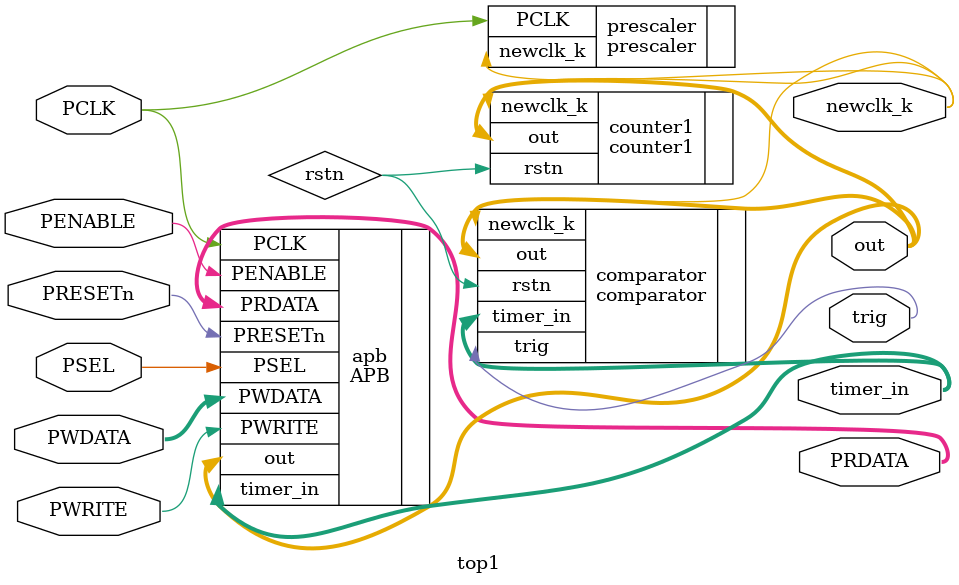
<source format=v>
`timescale 1ns / 1ps

module top1(

//input clk,
//output rstn,
//output [31:0]out,
//output newclk_k,
//input [31:0]timer_in,

//input PCLK_k,
input PCLK,
input PRESETn,
input PSEL,
input PENABLE,
input PWRITE,
input [7:0] PWDATA,

output trig,
output [7:0] PRDATA,
output [7:0] timer_in,
output newclk_k,
output [7:0] out

);


wire rstn;
//wire PCLK;



//prescaler1 prescaler1 (
   // .PCLK_k(PCLK_k),
    //.PCLK(PCLK)
    //);

APB apb (
    .PCLK(PCLK),
    .PRESETn(PRESETn),
    .PENABLE(PENABLE),
    .PSEL(PSEL),  
    .PWRITE(PWRITE),
    .PWDATA(PWDATA),
    .timer_in(timer_in),
    .PRDATA(PRDATA),
.out(out)
//.pclk_k(pclk_k)

    );


prescaler prescaler (
.PCLK(PCLK),
.newclk_k(newclk_k)
);

counter1 counter1 (
.newclk_k(newclk_k),
.rstn(rstn),
.out(out)
//.out1(out1)
);

comparator comparator(
        .trig(trig),
 .timer_in(timer_in),
 .out(out),
 .rstn(rstn),
.newclk_k(newclk_k)
);

endmodule
</source>
